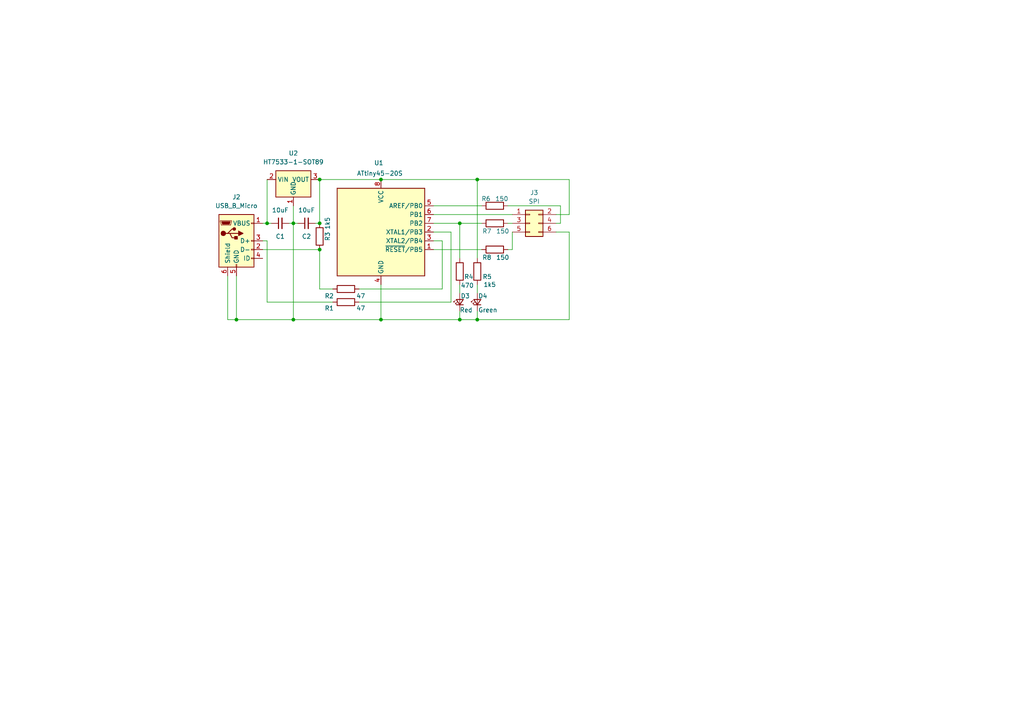
<source format=kicad_sch>
(kicad_sch (version 20231120) (generator "eeschema") (generator_version "8.0")
  (paper "A4")
  (lib_symbols
    (symbol "Connector:USB_B_Micro" (pin_names (offset 1.016))
      (property "Reference" "J" (at -5.08 11.43 0))
      (property "Value" "USB_B_Micro" (at -5.08 8.89 0))
      (symbol "USB_B_Micro_0_1"
        (rectangle (start -5.08 -7.62) (end 5.08 7.62) (stroke (width 0.254)) (fill (type background)))
        (circle (center -3.81 2.159) (radius 0.635) (stroke (width 0.254)) (fill (type outline)))
        (circle (center -0.635 3.429) (radius 0.381) (stroke (width 0.254)) (fill (type outline)))
        (rectangle (start -0.127 -7.62) (end 0.127 -6.858))
        (polyline (pts (xy -1.905 2.159) (xy 0.635 2.159)) (stroke (width 0.254)))
        (polyline (pts (xy -3.175 2.159) (xy -2.54 2.159) (xy -1.27 3.429) (xy -0.635 3.429)) (stroke (width 0.254)))
        (polyline (pts (xy -2.54 2.159) (xy -1.905 2.159) (xy -1.27 0.889) (xy 0 0.889)) (stroke (width 0.254)))
        (polyline (pts (xy 0.635 2.794) (xy 0.635 1.524) (xy 1.905 2.159) (xy 0.635 2.794)) (stroke (width 0.254)) (fill (type outline)))
        (polyline (pts (xy -4.318 5.588) (xy -1.778 5.588) (xy -2.032 4.826) (xy -4.064 4.826) (xy -4.318 5.588)) (fill (type outline)))
        (polyline (pts (xy -4.699 5.842) (xy -4.699 5.588) (xy -4.445 4.826) (xy -4.445 4.572) (xy -1.651 4.572) (xy -1.651 4.826) (xy -1.397 5.588) (xy -1.397 5.842) (xy -4.699 5.842)))
        (rectangle (start 0.254 1.27) (end -0.508 0.508) (stroke (width 0.254)) (fill (type outline)))
        (rectangle (start 5.08 -5.207) (end 4.318 -4.953))
        (rectangle (start 5.08 -2.667) (end 4.318 -2.413))
        (rectangle (start 5.08 -0.127) (end 4.318 0.127))
        (rectangle (start 5.08 4.953) (end 4.318 5.207))
      )
      (symbol "USB_B_Micro_1_1"
        (pin power_out line (at 7.62 5.08 180) (length 2.54) (name "VBUS") (number "1"))
        (pin bidirectional line (at 7.62 -2.54 180) (length 2.54) (name "D-") (number "2"))
        (pin bidirectional line (at 7.62 0 180) (length 2.54) (name "D+") (number "3"))
        (pin passive line (at 7.62 -5.08 180) (length 2.54) (name "ID") (number "4"))
        (pin power_out line (at 0 -10.16 90) (length 2.54) (name "GND") (number "5"))
        (pin passive line (at -2.54 -10.16 90) (length 2.54) (name "Shield") (number "6"))
      )
    )
    (symbol "Connector_Generic:Conn_02x03_Odd_Even" (pin_names (offset 1.016) hide)
      (property "Reference" "J" (at 1.27 5.08 0))
      (property "Value" "Conn_02x03_Odd_Even" (at 1.27 -5.08 0))
      (symbol "Conn_02x03_Odd_Even_1_1"
        (rectangle (start -1.27 -2.413) (end 0 -2.667) (stroke (width 0.1524)))
        (rectangle (start -1.27 0.127) (end 0 -0.127) (stroke (width 0.1524)))
        (rectangle (start -1.27 2.667) (end 0 2.413) (stroke (width 0.1524)))
        (rectangle (start -1.27 3.81) (end 3.81 -3.81) (stroke (width 0.254)) (fill (type background)))
        (rectangle (start 3.81 -2.413) (end 2.54 -2.667) (stroke (width 0.1524)))
        (rectangle (start 3.81 0.127) (end 2.54 -0.127) (stroke (width 0.1524)))
        (rectangle (start 3.81 2.667) (end 2.54 2.413) (stroke (width 0.1524)))
        (pin passive line (at -5.08 2.54 0) (length 3.81) (name "Pin_1") (number "1"))
        (pin passive line (at 7.62 2.54 180) (length 3.81) (name "Pin_2") (number "2"))
        (pin passive line (at -5.08 0 0) (length 3.81) (name "Pin_3") (number "3"))
        (pin passive line (at 7.62 0 180) (length 3.81) (name "Pin_4") (number "4"))
        (pin passive line (at -5.08 -2.54 0) (length 3.81) (name "Pin_5") (number "5"))
        (pin passive line (at 7.62 -2.54 180) (length 3.81) (name "Pin_6") (number "6"))
      )
    )
    (symbol "Device:C_Small" (pin_numbers hide) (pin_names (offset 0.254) hide)
      (property "Reference" "C" (at 0.254 1.778 0))
      (property "Value" "C_Small" (at 0.254 -2.032 0))
      (symbol "C_Small_0_1"
        (polyline (pts (xy -1.524 -0.508) (xy 1.524 -0.508)) (stroke (width 0.3302)))
        (polyline (pts (xy -1.524 0.508) (xy 1.524 0.508)) (stroke (width 0.3048)))
      )
      (symbol "C_Small_1_1"
        (pin passive line (at 0 2.54 270) (length 2.032) (name "~") (number "1"))
        (pin passive line (at 0 -2.54 90) (length 2.032) (name "~") (number "2"))
      )
    )
    (symbol "Device:LED_Small" (pin_numbers hide) (pin_names (offset 0.254) hide)
      (property "Reference" "D" (at -1.27 3.175 0))
      (property "Value" "LED_Small" (at -4.445 -2.54 0))
      (symbol "LED_Small_0_1"
        (polyline (pts (xy -0.762 -1.016) (xy -0.762 1.016)) (stroke (width 0.254)))
        (polyline (pts (xy 1.016 0) (xy -0.762 0)))
        (polyline (pts (xy 0.762 -1.016) (xy -0.762 0) (xy 0.762 1.016) (xy 0.762 -1.016)) (stroke (width 0.254)))
        (polyline (pts (xy 0 0.762) (xy -0.508 1.27) (xy -0.254 1.27) (xy -0.508 1.27) (xy -0.508 1.016)))
        (polyline (pts (xy 0.508 1.27) (xy 0 1.778) (xy 0.254 1.778) (xy 0 1.778) (xy 0 1.524)))
      )
      (symbol "LED_Small_1_1"
        (pin passive line (at -2.54 0 0) (length 1.778) (name "K") (number "1"))
        (pin passive line (at 2.54 0 180) (length 1.778) (name "A") (number "2"))
      )
    )
    (symbol "Device:R" (pin_numbers hide) (pin_names (offset 0))
      (property "Reference" "R" (at 2.032 0 90))
      (property "Value" "R" (at 0 0 90))
      (symbol "R_0_1"
        (rectangle (start -1.016 -2.54) (end 1.016 2.54) (stroke (width 0.254)))
      )
      (symbol "R_1_1"
        (pin passive line (at 0 3.81 270) (length 1.27) (name "~") (number "1"))
        (pin passive line (at 0 -3.81 90) (length 1.27) (name "~") (number "2"))
      )
    )
    (symbol "MCU_Microchip_ATtiny:ATtiny45-20S"
      (property "Reference" "U" (at -12.7 13.97 0))
      (property "Value" "ATtiny45-20S" (at 2.54 -13.97 0))
      (symbol "ATtiny45-20S_0_1"
        (rectangle (start -12.7 -12.7) (end 12.7 12.7) (stroke (width 0.254)) (fill (type background)))
      )
      (symbol "ATtiny45-20S_1_1"
        (pin bidirectional line (at 15.24 -5.08 180) (length 2.54) (name "~{RESET}/PB5") (number "1"))
        (pin bidirectional line (at 15.24 0 180) (length 2.54) (name "XTAL1/PB3") (number "2"))
        (pin bidirectional line (at 15.24 -2.54 180) (length 2.54) (name "XTAL2/PB4") (number "3"))
        (pin power_in line (at 0 -15.24 90) (length 2.54) (name "GND") (number "4"))
        (pin bidirectional line (at 15.24 7.62 180) (length 2.54) (name "AREF/PB0") (number "5"))
        (pin bidirectional line (at 15.24 5.08 180) (length 2.54) (name "PB1") (number "6"))
        (pin bidirectional line (at 15.24 2.54 180) (length 2.54) (name "PB2") (number "7"))
        (pin power_in line (at 0 15.24 270) (length 2.54) (name "VCC") (number "8"))
      )
    )
    (symbol "Regulator_Linear:HT75xx-1-SOT89"
      (property "Reference" "U" (at -5.08 -3.81 0))
      (property "Value" "HT75xx-1-SOT89" (at 0 6.35 0))
      (symbol "HT75xx-1-SOT89_0_1"
        (rectangle (start -5.08 5.08) (end 5.08 -2.54) (stroke (width 0.254)) (fill (type background)))
      )
      (symbol "HT75xx-1-SOT89_1_1"
        (pin power_in line (at 0 -5.08 90) (length 2.54) (name "GND") (number "1"))
        (pin power_in line (at -7.62 2.54 0) (length 2.54) (name "VIN") (number "2"))
        (pin power_out line (at 7.62 2.54 180) (length 2.54) (name "VOUT") (number "3"))
      )
    )
  )
  (junction (at 92.71 52.07))
  (junction (at 85.09 64.77))
  (junction (at 92.71 64.77))
  (junction (at 92.71 72.39))
  (junction (at 110.49 92.71))
  (junction (at 133.35 92.71))
  (junction (at 133.35 64.77))
  (junction (at 68.58 92.71))
  (junction (at 138.43 52.07))
  (junction (at 85.09 92.71))
  (junction (at 138.43 92.71))
  (junction (at 77.47 64.77))
  (junction (at 110.49 52.07))
  (wire (pts (xy 165.1 62.23) (xy 165.1 52.07)))
  (wire (pts (xy 138.43 90.17) (xy 138.43 92.71)))
  (wire (pts (xy 125.73 69.85) (xy 128.27 69.85)))
  (wire (pts (xy 138.43 82.55) (xy 138.43 85.09)))
  (wire (pts (xy 92.71 83.82) (xy 92.71 72.39)))
  (wire (pts (xy 104.14 83.82) (xy 128.27 83.82)))
  (wire (pts (xy 133.35 92.71) (xy 110.49 92.71)))
  (wire (pts (xy 76.2 69.85) (xy 77.47 69.85)))
  (wire (pts (xy 68.58 92.71) (xy 85.09 92.71)))
  (wire (pts (xy 110.49 82.55) (xy 110.49 92.71)))
  (wire (pts (xy 165.1 67.31) (xy 165.1 92.71)))
  (wire (pts (xy 161.29 64.77) (xy 162.56 64.77)))
  (wire (pts (xy 147.32 64.77) (xy 148.59 64.77)))
  (wire (pts (xy 138.43 92.71) (xy 133.35 92.71)))
  (wire (pts (xy 162.56 59.69) (xy 147.32 59.69)))
  (wire (pts (xy 92.71 52.07) (xy 110.49 52.07)))
  (wire (pts (xy 162.56 59.69) (xy 162.56 64.77)))
  (wire (pts (xy 130.81 87.63) (xy 130.81 67.31)))
  (wire (pts (xy 125.73 64.77) (xy 133.35 64.77)))
  (wire (pts (xy 77.47 52.07) (xy 77.47 64.77)))
  (wire (pts (xy 96.52 83.82) (xy 92.71 83.82)))
  (wire (pts (xy 85.09 92.71) (xy 110.49 92.71)))
  (wire (pts (xy 133.35 90.17) (xy 133.35 92.71)))
  (wire (pts (xy 161.29 67.31) (xy 165.1 67.31)))
  (wire (pts (xy 125.73 72.39) (xy 139.7 72.39)))
  (wire (pts (xy 77.47 69.85) (xy 77.47 87.63)))
  (wire (pts (xy 92.71 52.07) (xy 92.71 64.77)))
  (wire (pts (xy 138.43 52.07) (xy 165.1 52.07)))
  (wire (pts (xy 128.27 69.85) (xy 128.27 83.82)))
  (wire (pts (xy 77.47 87.63) (xy 96.52 87.63)))
  (wire (pts (xy 76.2 72.39) (xy 92.71 72.39)))
  (wire (pts (xy 148.59 72.39) (xy 148.59 67.31)))
  (wire (pts (xy 148.59 62.23) (xy 125.73 62.23)))
  (wire (pts (xy 66.04 92.71) (xy 68.58 92.71)))
  (wire (pts (xy 130.81 67.31) (xy 125.73 67.31)))
  (wire (pts (xy 91.44 64.77) (xy 92.71 64.77)))
  (wire (pts (xy 66.04 80.01) (xy 66.04 92.71)))
  (wire (pts (xy 147.32 72.39) (xy 148.59 72.39)))
  (wire (pts (xy 83.82 64.77) (xy 85.09 64.77)))
  (wire (pts (xy 133.35 82.55) (xy 133.35 85.09)))
  (wire (pts (xy 110.49 52.07) (xy 138.43 52.07)))
  (wire (pts (xy 161.29 62.23) (xy 165.1 62.23)))
  (wire (pts (xy 76.2 64.77) (xy 77.47 64.77)))
  (wire (pts (xy 85.09 59.69) (xy 85.09 64.77)))
  (wire (pts (xy 85.09 64.77) (xy 86.36 64.77)))
  (wire (pts (xy 133.35 64.77) (xy 133.35 74.93)))
  (wire (pts (xy 165.1 92.71) (xy 138.43 92.71)))
  (wire (pts (xy 68.58 80.01) (xy 68.58 92.71)))
  (wire (pts (xy 85.09 64.77) (xy 85.09 92.71)))
  (wire (pts (xy 133.35 64.77) (xy 139.7 64.77)))
  (wire (pts (xy 104.14 87.63) (xy 130.81 87.63)))
  (wire (pts (xy 77.47 64.77) (xy 78.74 64.77)))
  (wire (pts (xy 138.43 52.07) (xy 138.43 74.93)))
  (wire (pts (xy 139.7 59.69) (xy 125.73 59.69)))
  (symbol (lib_id "Device:C_Small") (at 81.28 64.77 90) (unit 1)
    (property "Reference" "C1" (at 81.28 68.58 90))
    (property "Value" "10uF" (at 81.2863 60.96 90))
    (property "Footprint" "Capacitor_SMD:C_0603_1608Metric" (effects (hide yes)))
    (property "Description" "Unpolarized capacitor, small symbol" (effects (hide yes)))
    (property "LCSC" "C19702" (effects (hide yes)))
  )
  (symbol (lib_id "Device:R") (at 100.33 87.63 90) (unit 1)
    (property "Reference" "R1" (at 95.504 89.408 90))
    (property "Value" "47" (at 104.648 89.408 90))
    (property "Footprint" "Resistor_SMD:R_0603_1608Metric" (effects (hide yes)))
    (property "Description" "Resistor" (effects (hide yes)))
    (property "LCSC" "C23182" (effects (hide yes)))
  )
  (symbol (lib_id "Device:R") (at 100.33 83.82 90) (unit 1)
    (property "Reference" "R2" (at 95.504 85.852 90))
    (property "Value" "47" (at 104.648 85.852 90))
    (property "Footprint" "Resistor_SMD:R_0603_1608Metric" (effects (hide yes)))
    (property "Description" "Resistor" (effects (hide yes)))
    (property "LCSC" "C23182" (effects (hide yes)))
  )
  (symbol (lib_id "Connector_Generic:Conn_02x03_Odd_Even") (at 153.67 64.77 0) (unit 1)
    (property "Reference" "J3" (at 154.94 55.88 0))
    (property "Value" "SPI" (at 154.94 58.42 0))
    (property "Footprint" "Connector_PinSocket_2.54mm:PinSocket_2x03_P2.54mm_Vertical" (effects (hide yes)))
    (property "Description" "Generic connector, double row, 02x03, odd/even pin numbering scheme (row 1 odd numbers, row 2 even numbers), script generated (kicad-library-utils/schlib/autogen/connector/)" (effects (hide yes)))
  )
  (symbol (lib_id "Device:R") (at 133.35 78.74 0) (unit 1)
    (property "Reference" "R4" (at 134.62 80.264 0) (effects (justify left)))
    (property "Value" "470" (at 133.604 82.804 0) (effects (justify left)))
    (property "Footprint" "Resistor_SMD:R_0603_1608Metric" (effects (hide yes)))
    (property "Description" "Resistor" (effects (hide yes)))
    (property "LCSC" "C23179" (effects (hide yes)))
  )
  (symbol (lib_id "Regulator_Linear:HT75xx-1-SOT89") (at 85.09 54.61 0) (unit 1)
    (property "Reference" "U2" (at 85.09 44.45 0))
    (property "Value" "HT7533-1-SOT89" (at 85.09 46.99 0))
    (property "Footprint" "Package_TO_SOT_SMD:SOT-89-3" (effects (hide yes)))
    (property "Datasheet" "https://www.holtek.com/documents/10179/116711/HT75xx-1v250.pdf" (effects (hide yes)))
    (property "Description" "100mA Low Dropout Voltage Regulator, Fixed Output, SOT89" (effects (hide yes)))
    (property "LCSC" "C14289" (effects (hide yes)))
  )
  (symbol (lib_id "MCU_Microchip_ATtiny:ATtiny45-20S") (at 110.49 67.31 0) (unit 1)
    (property "Reference" "U1" (at 111.252 47.244 0) (effects (justify right)))
    (property "Value" "ATtiny45-20S" (at 116.84 50.292 0) (effects (justify right)))
    (property "Footprint" "Package_SO:SOIC-8W_5.3x5.3mm_P1.27mm" (effects (hide yes)))
    (property "Datasheet" "http://ww1.microchip.com/downloads/en/DeviceDoc/atmel-2586-avr-8-bit-microcontroller-attiny25-attiny45-attiny85_datasheet.pdf" (effects (hide yes)))
    (property "Description" "20MHz, 4kB Flash, 256B SRAM, 256B EEPROM, debugWIRE, SOIC-8W" (effects (hide yes)))
    (property "LCSC" "C62689" (effects (hide yes)))
  )
  (symbol (lib_id "Connector:USB_B_Micro") (at 68.58 69.85 0) (unit 1)
    (property "Reference" "J2" (at 68.58 57.15 0))
    (property "Value" "USB_B_Micro" (at 68.58 59.69 0))
    (property "Footprint" "Connector_USB:USB_Micro-B_XKB_U254-051T-4BH83-F1S" (effects (hide yes)))
    (property "Description" "USB Micro Type B connector" (effects (hide yes)))
    (property "LCSC" "C397452" (effects (hide yes)))
  )
  (symbol (lib_id "Device:C_Small") (at 88.9 64.77 90) (unit 1)
    (property "Reference" "C2" (at 88.9 68.58 90))
    (property "Value" "10uF" (at 88.9063 60.96 90))
    (property "Footprint" "Capacitor_SMD:C_0603_1608Metric" (effects (hide yes)))
    (property "Description" "Unpolarized capacitor, small symbol" (effects (hide yes)))
    (property "LCSC" "C19702" (effects (hide yes)))
  )
  (symbol (lib_id "Device:R") (at 143.51 64.77 90) (unit 1)
    (property "Reference" "R7" (at 141.224 67.056 90))
    (property "Value" "150" (at 145.796 67.056 90))
    (property "Footprint" "Resistor_SMD:R_0603_1608Metric" (effects (hide yes)))
    (property "Description" "Resistor" (effects (hide yes)))
    (property "LCSC" "C22808" (effects (hide yes)))
  )
  (symbol (lib_id "Device:LED_Small") (at 138.43 87.63 90) (unit 1)
    (property "Reference" "D4" (at 138.684 85.852 90) (effects (justify right)))
    (property "Value" "Green" (at 138.684 89.916 90) (effects (justify right)))
    (property "Footprint" "LED_SMD:LED_0603_1608Metric" (effects (hide yes)))
    (property "Description" "Light emitting diode, small symbol" (effects (hide yes)))
    (property "LCSC" "C12624" (effects (hide yes)))
  )
  (symbol (lib_id "Device:R") (at 138.43 78.74 0) (unit 1)
    (property "Reference" "R5" (at 139.954 80.264 0) (effects (justify left)))
    (property "Value" "1k5" (at 140.208 82.55 0) (effects (justify left)))
    (property "Footprint" "Resistor_SMD:R_0603_1608Metric" (effects (hide yes)))
    (property "Description" "Resistor" (effects (hide yes)))
    (property "LCSC" "C22843" (effects (hide yes)))
  )
  (symbol (lib_id "Device:R") (at 143.51 72.39 90) (unit 1)
    (property "Reference" "R8" (at 141.224 74.676 90))
    (property "Value" "150" (at 145.796 74.676 90))
    (property "Footprint" "Resistor_SMD:R_0603_1608Metric" (effects (hide yes)))
    (property "Description" "Resistor" (effects (hide yes)))
    (property "LCSC" "C22808" (effects (hide yes)))
  )
  (symbol (lib_id "Device:R") (at 143.51 59.69 90) (unit 1)
    (property "Reference" "R6" (at 140.97 57.658 90))
    (property "Value" "150" (at 145.542 57.658 90))
    (property "Footprint" "Resistor_SMD:R_0603_1608Metric" (effects (hide yes)))
    (property "Description" "Resistor" (effects (hide yes)))
    (property "LCSC" "C22808" (effects (hide yes)))
  )
  (symbol (lib_id "Device:R") (at 92.71 68.58 180) (unit 1)
    (property "Reference" "R3" (at 94.996 68.58 90))
    (property "Value" "1k5" (at 94.996 64.77 90))
    (property "Footprint" "Resistor_SMD:R_0603_1608Metric" (effects (hide yes)))
    (property "Description" "Resistor" (effects (hide yes)))
    (property "LCSC" "C22843" (effects (hide yes)))
  )
  (symbol (lib_id "Device:LED_Small") (at 133.35 87.63 90) (unit 1)
    (property "Reference" "D3" (at 133.604 85.852 90) (effects (justify right)))
    (property "Value" "Red" (at 133.35 89.916 90) (effects (justify right)))
    (property "Footprint" "LED_SMD:LED_0603_1608Metric" (effects (hide yes)))
    (property "Description" "Light emitting diode, small symbol" (effects (hide yes)))
    (property "LCSC" "C2286" (effects (hide yes)))
  )
)
</source>
